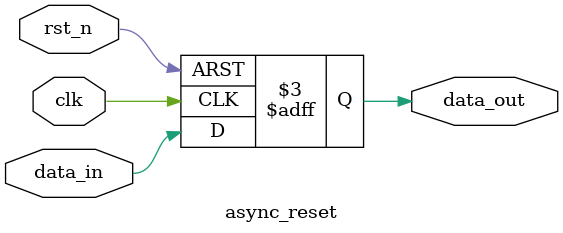
<source format=v>
`timescale 1ns / 1ps

module async_reset(
      input clk,
      input rst_n,
      input data_in,
      output reg data_out
    ); 
      
      always @ (posedge clk or negedge rst_n)
           if (!rst_n)
                 data_out <= 1'b0;
           else
                 data_out <= data_in;

endmodule

</source>
